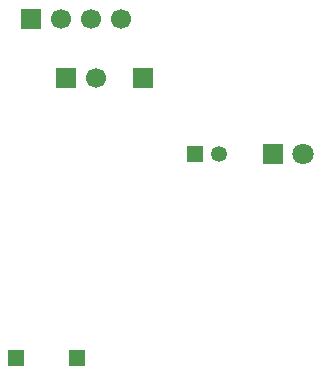
<source format=gbr>
%TF.GenerationSoftware,KiCad,Pcbnew,9.0.1*%
%TF.CreationDate,2025-05-06T12:48:32+03:00*%
%TF.ProjectId,plata_dat,706c6174-615f-4646-9174-2e6b69636164,rev?*%
%TF.SameCoordinates,Original*%
%TF.FileFunction,Soldermask,Top*%
%TF.FilePolarity,Negative*%
%FSLAX46Y46*%
G04 Gerber Fmt 4.6, Leading zero omitted, Abs format (unit mm)*
G04 Created by KiCad (PCBNEW 9.0.1) date 2025-05-06 12:48:32*
%MOMM*%
%LPD*%
G01*
G04 APERTURE LIST*
%ADD10R,1.350000X1.350000*%
%ADD11C,1.350000*%
%ADD12R,1.800000X1.800000*%
%ADD13C,1.800000*%
%ADD14R,1.700000X1.700000*%
%ADD15C,1.700000*%
G04 APERTURE END LIST*
D10*
%TO.C,REF\u002A\u002A*%
X169092500Y-72750000D03*
D11*
X171092500Y-72750000D03*
%TD*%
D10*
%TO.C,REF\u002A\u002A*%
X159092500Y-90050000D03*
%TD*%
%TO.C,REF\u002A\u002A*%
X153892500Y-90050000D03*
%TD*%
D12*
%TO.C,REF\u002A\u002A*%
X175717500Y-72800000D03*
D13*
X178257500Y-72800000D03*
%TD*%
D14*
%TO.C,REF\u002A\u002A*%
X164682500Y-66300000D03*
%TD*%
%TO.C,REF\u002A\u002A*%
X155182500Y-61300000D03*
D15*
X157722500Y-61300000D03*
X160262500Y-61300000D03*
X162802500Y-61300000D03*
%TD*%
D14*
%TO.C,REF\u002A\u002A*%
X158142500Y-66300000D03*
D15*
X160682500Y-66300000D03*
%TD*%
M02*

</source>
